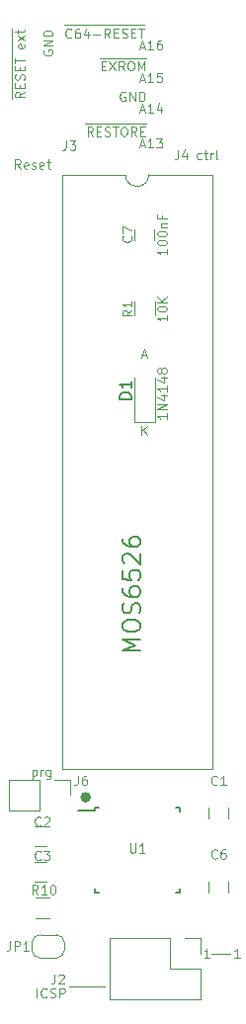
<source format=gto>
G04 #@! TF.GenerationSoftware,KiCad,Pcbnew,(5.1.5-0-10_14)*
G04 #@! TF.CreationDate,2021-04-25T17:09:50+02:00*
G04 #@! TF.ProjectId,6526KernalSwitcher,36353236-4b65-4726-9e61-6c5377697463,3.0*
G04 #@! TF.SameCoordinates,Original*
G04 #@! TF.FileFunction,Legend,Top*
G04 #@! TF.FilePolarity,Positive*
%FSLAX46Y46*%
G04 Gerber Fmt 4.6, Leading zero omitted, Abs format (unit mm)*
G04 Created by KiCad (PCBNEW (5.1.5-0-10_14)) date 2021-04-25 17:09:50*
%MOMM*%
%LPD*%
G04 APERTURE LIST*
%ADD10C,0.120000*%
%ADD11C,0.500000*%
%ADD12C,0.150000*%
%ADD13R,1.602000X1.402000*%
%ADD14O,1.702000X1.702000*%
%ADD15R,1.702000X1.702000*%
%ADD16R,0.652000X1.702000*%
%ADD17R,1.702000X0.652000*%
%ADD18R,1.352000X1.602000*%
%ADD19C,0.100000*%
%ADD20R,1.602000X1.352000*%
%ADD21R,1.402000X1.602000*%
%ADD22O,1.802000X1.802000*%
%ADD23R,1.802000X1.802000*%
%ADD24R,1.602000X2.302000*%
%ADD25C,1.702000*%
G04 APERTURE END LIST*
D10*
X103400000Y-119000000D02*
X106400000Y-119000000D01*
X115600000Y-116200000D02*
X117200000Y-116200000D01*
X115428571Y-116561904D02*
X114971428Y-116561904D01*
X115200000Y-116561904D02*
X115200000Y-115761904D01*
X115123809Y-115876190D01*
X115047619Y-115952380D01*
X114971428Y-115990476D01*
X98468000Y-43009523D02*
X98468000Y-42209523D01*
X99561904Y-42361904D02*
X99180952Y-42628571D01*
X99561904Y-42819047D02*
X98761904Y-42819047D01*
X98761904Y-42514285D01*
X98800000Y-42438095D01*
X98838095Y-42400000D01*
X98914285Y-42361904D01*
X99028571Y-42361904D01*
X99104761Y-42400000D01*
X99142857Y-42438095D01*
X99180952Y-42514285D01*
X99180952Y-42819047D01*
X98468000Y-42209523D02*
X98468000Y-41485714D01*
X99142857Y-42019047D02*
X99142857Y-41752380D01*
X99561904Y-41638095D02*
X99561904Y-42019047D01*
X98761904Y-42019047D01*
X98761904Y-41638095D01*
X98468000Y-41485714D02*
X98468000Y-40723809D01*
X99523809Y-41333333D02*
X99561904Y-41219047D01*
X99561904Y-41028571D01*
X99523809Y-40952380D01*
X99485714Y-40914285D01*
X99409523Y-40876190D01*
X99333333Y-40876190D01*
X99257142Y-40914285D01*
X99219047Y-40952380D01*
X99180952Y-41028571D01*
X99142857Y-41180952D01*
X99104761Y-41257142D01*
X99066666Y-41295238D01*
X98990476Y-41333333D01*
X98914285Y-41333333D01*
X98838095Y-41295238D01*
X98800000Y-41257142D01*
X98761904Y-41180952D01*
X98761904Y-40990476D01*
X98800000Y-40876190D01*
X98468000Y-40723809D02*
X98468000Y-40000000D01*
X99142857Y-40533333D02*
X99142857Y-40266666D01*
X99561904Y-40152380D02*
X99561904Y-40533333D01*
X98761904Y-40533333D01*
X98761904Y-40152380D01*
X98468000Y-40000000D02*
X98468000Y-39390476D01*
X98761904Y-39923809D02*
X98761904Y-39466666D01*
X99561904Y-39695238D02*
X98761904Y-39695238D01*
X98468000Y-39390476D02*
X98468000Y-38780952D01*
X98468000Y-38780952D02*
X98468000Y-38095238D01*
X99523809Y-38285714D02*
X99561904Y-38361904D01*
X99561904Y-38514285D01*
X99523809Y-38590476D01*
X99447619Y-38628571D01*
X99142857Y-38628571D01*
X99066666Y-38590476D01*
X99028571Y-38514285D01*
X99028571Y-38361904D01*
X99066666Y-38285714D01*
X99142857Y-38247619D01*
X99219047Y-38247619D01*
X99295238Y-38628571D01*
X98468000Y-38095238D02*
X98468000Y-37447619D01*
X99561904Y-37980952D02*
X99028571Y-37561904D01*
X99028571Y-37980952D02*
X99561904Y-37561904D01*
X98468000Y-37447619D02*
X98468000Y-36990476D01*
X99028571Y-37371428D02*
X99028571Y-37066666D01*
X98761904Y-37257142D02*
X99447619Y-37257142D01*
X99523809Y-37219047D01*
X99561904Y-37142857D01*
X99561904Y-37066666D01*
X101200000Y-38809523D02*
X101161904Y-38885714D01*
X101161904Y-39000000D01*
X101200000Y-39114285D01*
X101276190Y-39190476D01*
X101352380Y-39228571D01*
X101504761Y-39266666D01*
X101619047Y-39266666D01*
X101771428Y-39228571D01*
X101847619Y-39190476D01*
X101923809Y-39114285D01*
X101961904Y-39000000D01*
X101961904Y-38923809D01*
X101923809Y-38809523D01*
X101885714Y-38771428D01*
X101619047Y-38771428D01*
X101619047Y-38923809D01*
X101961904Y-38428571D02*
X101161904Y-38428571D01*
X101961904Y-37971428D01*
X101161904Y-37971428D01*
X101961904Y-37590476D02*
X101161904Y-37590476D01*
X101161904Y-37400000D01*
X101200000Y-37285714D01*
X101276190Y-37209523D01*
X101352380Y-37171428D01*
X101504761Y-37133333D01*
X101619047Y-37133333D01*
X101771428Y-37171428D01*
X101847619Y-37209523D01*
X101923809Y-37285714D01*
X101961904Y-37400000D01*
X101961904Y-37590476D01*
X109447619Y-38533333D02*
X109828571Y-38533333D01*
X109371428Y-38761904D02*
X109638095Y-37961904D01*
X109904761Y-38761904D01*
X110590476Y-38761904D02*
X110133333Y-38761904D01*
X110361904Y-38761904D02*
X110361904Y-37961904D01*
X110285714Y-38076190D01*
X110209523Y-38152380D01*
X110133333Y-38190476D01*
X111276190Y-37961904D02*
X111123809Y-37961904D01*
X111047619Y-38000000D01*
X111009523Y-38038095D01*
X110933333Y-38152380D01*
X110895238Y-38304761D01*
X110895238Y-38609523D01*
X110933333Y-38685714D01*
X110971428Y-38723809D01*
X111047619Y-38761904D01*
X111200000Y-38761904D01*
X111276190Y-38723809D01*
X111314285Y-38685714D01*
X111352380Y-38609523D01*
X111352380Y-38419047D01*
X111314285Y-38342857D01*
X111276190Y-38304761D01*
X111200000Y-38266666D01*
X111047619Y-38266666D01*
X110971428Y-38304761D01*
X110933333Y-38342857D01*
X110895238Y-38419047D01*
X108190476Y-42400000D02*
X108114285Y-42361904D01*
X108000000Y-42361904D01*
X107885714Y-42400000D01*
X107809523Y-42476190D01*
X107771428Y-42552380D01*
X107733333Y-42704761D01*
X107733333Y-42819047D01*
X107771428Y-42971428D01*
X107809523Y-43047619D01*
X107885714Y-43123809D01*
X108000000Y-43161904D01*
X108076190Y-43161904D01*
X108190476Y-43123809D01*
X108228571Y-43085714D01*
X108228571Y-42819047D01*
X108076190Y-42819047D01*
X108571428Y-43161904D02*
X108571428Y-42361904D01*
X109028571Y-43161904D01*
X109028571Y-42361904D01*
X109409523Y-43161904D02*
X109409523Y-42361904D01*
X109600000Y-42361904D01*
X109714285Y-42400000D01*
X109790476Y-42476190D01*
X109828571Y-42552380D01*
X109866666Y-42704761D01*
X109866666Y-42819047D01*
X109828571Y-42971428D01*
X109790476Y-43047619D01*
X109714285Y-43123809D01*
X109600000Y-43161904D01*
X109409523Y-43161904D01*
X109590476Y-71761904D02*
X109590476Y-70961904D01*
X110047619Y-71761904D02*
X109704761Y-71304761D01*
X110047619Y-70961904D02*
X109590476Y-71419047D01*
X109609523Y-64933333D02*
X109990476Y-64933333D01*
X109533333Y-65161904D02*
X109800000Y-64361904D01*
X110066666Y-65161904D01*
D11*
X105000000Y-102800000D02*
G75*
G03X105000000Y-102800000I-200000J0D01*
G01*
D10*
X118028571Y-116561904D02*
X117571428Y-116561904D01*
X117800000Y-116561904D02*
X117800000Y-115761904D01*
X117723809Y-115876190D01*
X117647619Y-115952380D01*
X117571428Y-115990476D01*
X102933333Y-36668000D02*
X103733333Y-36668000D01*
X103580952Y-37685714D02*
X103542857Y-37723809D01*
X103428571Y-37761904D01*
X103352380Y-37761904D01*
X103238095Y-37723809D01*
X103161904Y-37647619D01*
X103123809Y-37571428D01*
X103085714Y-37419047D01*
X103085714Y-37304761D01*
X103123809Y-37152380D01*
X103161904Y-37076190D01*
X103238095Y-37000000D01*
X103352380Y-36961904D01*
X103428571Y-36961904D01*
X103542857Y-37000000D01*
X103580952Y-37038095D01*
X103733333Y-36668000D02*
X104495238Y-36668000D01*
X104266666Y-36961904D02*
X104114285Y-36961904D01*
X104038095Y-37000000D01*
X104000000Y-37038095D01*
X103923809Y-37152380D01*
X103885714Y-37304761D01*
X103885714Y-37609523D01*
X103923809Y-37685714D01*
X103961904Y-37723809D01*
X104038095Y-37761904D01*
X104190476Y-37761904D01*
X104266666Y-37723809D01*
X104304761Y-37685714D01*
X104342857Y-37609523D01*
X104342857Y-37419047D01*
X104304761Y-37342857D01*
X104266666Y-37304761D01*
X104190476Y-37266666D01*
X104038095Y-37266666D01*
X103961904Y-37304761D01*
X103923809Y-37342857D01*
X103885714Y-37419047D01*
X104495238Y-36668000D02*
X105257142Y-36668000D01*
X105028571Y-37228571D02*
X105028571Y-37761904D01*
X104838095Y-36923809D02*
X104647619Y-37495238D01*
X105142857Y-37495238D01*
X105257142Y-36668000D02*
X106247619Y-36668000D01*
X105447619Y-37457142D02*
X106057142Y-37457142D01*
X106247619Y-36668000D02*
X107047619Y-36668000D01*
X106895238Y-37761904D02*
X106628571Y-37380952D01*
X106438095Y-37761904D02*
X106438095Y-36961904D01*
X106742857Y-36961904D01*
X106819047Y-37000000D01*
X106857142Y-37038095D01*
X106895238Y-37114285D01*
X106895238Y-37228571D01*
X106857142Y-37304761D01*
X106819047Y-37342857D01*
X106742857Y-37380952D01*
X106438095Y-37380952D01*
X107047619Y-36668000D02*
X107771428Y-36668000D01*
X107238095Y-37342857D02*
X107504761Y-37342857D01*
X107619047Y-37761904D02*
X107238095Y-37761904D01*
X107238095Y-36961904D01*
X107619047Y-36961904D01*
X107771428Y-36668000D02*
X108533333Y-36668000D01*
X107923809Y-37723809D02*
X108038095Y-37761904D01*
X108228571Y-37761904D01*
X108304761Y-37723809D01*
X108342857Y-37685714D01*
X108380952Y-37609523D01*
X108380952Y-37533333D01*
X108342857Y-37457142D01*
X108304761Y-37419047D01*
X108228571Y-37380952D01*
X108076190Y-37342857D01*
X108000000Y-37304761D01*
X107961904Y-37266666D01*
X107923809Y-37190476D01*
X107923809Y-37114285D01*
X107961904Y-37038095D01*
X108000000Y-37000000D01*
X108076190Y-36961904D01*
X108266666Y-36961904D01*
X108380952Y-37000000D01*
X108533333Y-36668000D02*
X109257142Y-36668000D01*
X108723809Y-37342857D02*
X108990476Y-37342857D01*
X109104761Y-37761904D02*
X108723809Y-37761904D01*
X108723809Y-36961904D01*
X109104761Y-36961904D01*
X109257142Y-36668000D02*
X109866666Y-36668000D01*
X109333333Y-36961904D02*
X109790476Y-36961904D01*
X109561904Y-37761904D02*
X109561904Y-36961904D01*
X109447619Y-41333333D02*
X109828571Y-41333333D01*
X109371428Y-41561904D02*
X109638095Y-40761904D01*
X109904761Y-41561904D01*
X110590476Y-41561904D02*
X110133333Y-41561904D01*
X110361904Y-41561904D02*
X110361904Y-40761904D01*
X110285714Y-40876190D01*
X110209523Y-40952380D01*
X110133333Y-40990476D01*
X111314285Y-40761904D02*
X110933333Y-40761904D01*
X110895238Y-41142857D01*
X110933333Y-41104761D01*
X111009523Y-41066666D01*
X111200000Y-41066666D01*
X111276190Y-41104761D01*
X111314285Y-41142857D01*
X111352380Y-41219047D01*
X111352380Y-41409523D01*
X111314285Y-41485714D01*
X111276190Y-41523809D01*
X111200000Y-41561904D01*
X111009523Y-41561904D01*
X110933333Y-41523809D01*
X110895238Y-41485714D01*
X109447619Y-43933333D02*
X109828571Y-43933333D01*
X109371428Y-44161904D02*
X109638095Y-43361904D01*
X109904761Y-44161904D01*
X110590476Y-44161904D02*
X110133333Y-44161904D01*
X110361904Y-44161904D02*
X110361904Y-43361904D01*
X110285714Y-43476190D01*
X110209523Y-43552380D01*
X110133333Y-43590476D01*
X111276190Y-43628571D02*
X111276190Y-44161904D01*
X111085714Y-43323809D02*
X110895238Y-43895238D01*
X111390476Y-43895238D01*
X109447619Y-46933333D02*
X109828571Y-46933333D01*
X109371428Y-47161904D02*
X109638095Y-46361904D01*
X109904761Y-47161904D01*
X110590476Y-47161904D02*
X110133333Y-47161904D01*
X110361904Y-47161904D02*
X110361904Y-46361904D01*
X110285714Y-46476190D01*
X110209523Y-46552380D01*
X110133333Y-46590476D01*
X110857142Y-46361904D02*
X111352380Y-46361904D01*
X111085714Y-46666666D01*
X111200000Y-46666666D01*
X111276190Y-46704761D01*
X111314285Y-46742857D01*
X111352380Y-46819047D01*
X111352380Y-47009523D01*
X111314285Y-47085714D01*
X111276190Y-47123809D01*
X111200000Y-47161904D01*
X110971428Y-47161904D01*
X110895238Y-47123809D01*
X110857142Y-47085714D01*
X105980952Y-39468000D02*
X106704761Y-39468000D01*
X106171428Y-40142857D02*
X106438095Y-40142857D01*
X106552380Y-40561904D02*
X106171428Y-40561904D01*
X106171428Y-39761904D01*
X106552380Y-39761904D01*
X106704761Y-39468000D02*
X107466666Y-39468000D01*
X106819047Y-39761904D02*
X107352380Y-40561904D01*
X107352380Y-39761904D02*
X106819047Y-40561904D01*
X107466666Y-39468000D02*
X108266666Y-39468000D01*
X108114285Y-40561904D02*
X107847619Y-40180952D01*
X107657142Y-40561904D02*
X107657142Y-39761904D01*
X107961904Y-39761904D01*
X108038095Y-39800000D01*
X108076190Y-39838095D01*
X108114285Y-39914285D01*
X108114285Y-40028571D01*
X108076190Y-40104761D01*
X108038095Y-40142857D01*
X107961904Y-40180952D01*
X107657142Y-40180952D01*
X108266666Y-39468000D02*
X109104761Y-39468000D01*
X108609523Y-39761904D02*
X108761904Y-39761904D01*
X108838095Y-39800000D01*
X108914285Y-39876190D01*
X108952380Y-40028571D01*
X108952380Y-40295238D01*
X108914285Y-40447619D01*
X108838095Y-40523809D01*
X108761904Y-40561904D01*
X108609523Y-40561904D01*
X108533333Y-40523809D01*
X108457142Y-40447619D01*
X108419047Y-40295238D01*
X108419047Y-40028571D01*
X108457142Y-39876190D01*
X108533333Y-39800000D01*
X108609523Y-39761904D01*
X109104761Y-39468000D02*
X110019047Y-39468000D01*
X109295238Y-40561904D02*
X109295238Y-39761904D01*
X109561904Y-40333333D01*
X109828571Y-39761904D01*
X109828571Y-40561904D01*
X104771428Y-45068000D02*
X105571428Y-45068000D01*
X105419047Y-46161904D02*
X105152380Y-45780952D01*
X104961904Y-46161904D02*
X104961904Y-45361904D01*
X105266666Y-45361904D01*
X105342857Y-45400000D01*
X105380952Y-45438095D01*
X105419047Y-45514285D01*
X105419047Y-45628571D01*
X105380952Y-45704761D01*
X105342857Y-45742857D01*
X105266666Y-45780952D01*
X104961904Y-45780952D01*
X105571428Y-45068000D02*
X106295238Y-45068000D01*
X105761904Y-45742857D02*
X106028571Y-45742857D01*
X106142857Y-46161904D02*
X105761904Y-46161904D01*
X105761904Y-45361904D01*
X106142857Y-45361904D01*
X106295238Y-45068000D02*
X107057142Y-45068000D01*
X106447619Y-46123809D02*
X106561904Y-46161904D01*
X106752380Y-46161904D01*
X106828571Y-46123809D01*
X106866666Y-46085714D01*
X106904761Y-46009523D01*
X106904761Y-45933333D01*
X106866666Y-45857142D01*
X106828571Y-45819047D01*
X106752380Y-45780952D01*
X106600000Y-45742857D01*
X106523809Y-45704761D01*
X106485714Y-45666666D01*
X106447619Y-45590476D01*
X106447619Y-45514285D01*
X106485714Y-45438095D01*
X106523809Y-45400000D01*
X106600000Y-45361904D01*
X106790476Y-45361904D01*
X106904761Y-45400000D01*
X107057142Y-45068000D02*
X107666666Y-45068000D01*
X107133333Y-45361904D02*
X107590476Y-45361904D01*
X107361904Y-46161904D02*
X107361904Y-45361904D01*
X107666666Y-45068000D02*
X108504761Y-45068000D01*
X108009523Y-45361904D02*
X108161904Y-45361904D01*
X108238095Y-45400000D01*
X108314285Y-45476190D01*
X108352380Y-45628571D01*
X108352380Y-45895238D01*
X108314285Y-46047619D01*
X108238095Y-46123809D01*
X108161904Y-46161904D01*
X108009523Y-46161904D01*
X107933333Y-46123809D01*
X107857142Y-46047619D01*
X107819047Y-45895238D01*
X107819047Y-45628571D01*
X107857142Y-45476190D01*
X107933333Y-45400000D01*
X108009523Y-45361904D01*
X108504761Y-45068000D02*
X109304761Y-45068000D01*
X109152380Y-46161904D02*
X108885714Y-45780952D01*
X108695238Y-46161904D02*
X108695238Y-45361904D01*
X109000000Y-45361904D01*
X109076190Y-45400000D01*
X109114285Y-45438095D01*
X109152380Y-45514285D01*
X109152380Y-45628571D01*
X109114285Y-45704761D01*
X109076190Y-45742857D01*
X109000000Y-45780952D01*
X108695238Y-45780952D01*
X109304761Y-45068000D02*
X110028571Y-45068000D01*
X109495238Y-45742857D02*
X109761904Y-45742857D01*
X109876190Y-46161904D02*
X109495238Y-46161904D01*
X109495238Y-45361904D01*
X109876190Y-45361904D01*
X101692000Y-113148000D02*
X100492000Y-113148000D01*
X100492000Y-111388000D02*
X101692000Y-111388000D01*
X115680000Y-49470000D02*
X110220000Y-49470000D01*
X115680000Y-100390000D02*
X115680000Y-49470000D01*
X102760000Y-100390000D02*
X115680000Y-100390000D01*
X102760000Y-49470000D02*
X102760000Y-100390000D01*
X108220000Y-49470000D02*
X102760000Y-49470000D01*
X110220000Y-49470000D02*
G75*
G02X108220000Y-49470000I-1000000J0D01*
G01*
D12*
X105595000Y-103915000D02*
X104170000Y-103915000D01*
X112845000Y-103690000D02*
X112520000Y-103690000D01*
X112845000Y-110940000D02*
X112520000Y-110940000D01*
X105595000Y-110940000D02*
X105920000Y-110940000D01*
X105595000Y-103690000D02*
X105920000Y-103690000D01*
X105595000Y-110940000D02*
X105595000Y-110615000D01*
X112845000Y-110940000D02*
X112845000Y-110615000D01*
X112845000Y-103690000D02*
X112845000Y-104015000D01*
X105595000Y-103690000D02*
X105595000Y-103915000D01*
D10*
X109005000Y-54110000D02*
X109005000Y-55110000D01*
X110705000Y-55110000D02*
X110705000Y-54110000D01*
X117055000Y-110990000D02*
X117055000Y-109990000D01*
X115355000Y-109990000D02*
X115355000Y-110990000D01*
X102300000Y-114570000D02*
G75*
G02X103000000Y-115270000I0J-700000D01*
G01*
X103000000Y-115870000D02*
G75*
G02X102300000Y-116570000I-700000J0D01*
G01*
X100900000Y-116570000D02*
G75*
G02X100200000Y-115870000I0J700000D01*
G01*
X100200000Y-115270000D02*
G75*
G02X100900000Y-114570000I700000J0D01*
G01*
X100200000Y-115870000D02*
X100200000Y-115270000D01*
X102300000Y-116570000D02*
X100900000Y-116570000D01*
X103000000Y-115270000D02*
X103000000Y-115870000D01*
X100900000Y-114570000D02*
X102300000Y-114570000D01*
X115355000Y-103640000D02*
X115355000Y-104640000D01*
X117055000Y-104640000D02*
X117055000Y-103640000D01*
X101465000Y-105322000D02*
X100465000Y-105322000D01*
X100465000Y-107022000D02*
X101465000Y-107022000D01*
X100465000Y-110070000D02*
X101465000Y-110070000D01*
X101465000Y-108370000D02*
X100465000Y-108370000D01*
X110735000Y-60360000D02*
X110735000Y-61560000D01*
X108975000Y-61560000D02*
X108975000Y-60360000D01*
X114614000Y-114875000D02*
X114614000Y-116205000D01*
X113284000Y-114875000D02*
X114614000Y-114875000D01*
X114614000Y-117475000D02*
X114614000Y-120075000D01*
X112014000Y-117475000D02*
X114614000Y-117475000D01*
X112014000Y-114875000D02*
X112014000Y-117475000D01*
X114614000Y-120075000D02*
X106874000Y-120075000D01*
X112014000Y-114875000D02*
X106874000Y-114875000D01*
X106874000Y-114875000D02*
X106874000Y-120075000D01*
X103438000Y-101286000D02*
X103438000Y-102616000D01*
X102108000Y-101286000D02*
X103438000Y-101286000D01*
X100838000Y-101286000D02*
X100838000Y-103946000D01*
X100838000Y-103946000D02*
X98238000Y-103946000D01*
X100838000Y-101286000D02*
X98238000Y-101286000D01*
X98238000Y-101286000D02*
X98238000Y-103946000D01*
X110755000Y-70645000D02*
X110755000Y-66845000D01*
X108955000Y-70645000D02*
X110755000Y-70645000D01*
X108955000Y-66845000D02*
X108955000Y-70645000D01*
X100704714Y-111105904D02*
X100438047Y-110724952D01*
X100247571Y-111105904D02*
X100247571Y-110305904D01*
X100552333Y-110305904D01*
X100628523Y-110344000D01*
X100666619Y-110382095D01*
X100704714Y-110458285D01*
X100704714Y-110572571D01*
X100666619Y-110648761D01*
X100628523Y-110686857D01*
X100552333Y-110724952D01*
X100247571Y-110724952D01*
X101466619Y-111105904D02*
X101009476Y-111105904D01*
X101238047Y-111105904D02*
X101238047Y-110305904D01*
X101161857Y-110420190D01*
X101085666Y-110496380D01*
X101009476Y-110534476D01*
X101961857Y-110305904D02*
X102038047Y-110305904D01*
X102114238Y-110344000D01*
X102152333Y-110382095D01*
X102190428Y-110458285D01*
X102228523Y-110610666D01*
X102228523Y-110801142D01*
X102190428Y-110953523D01*
X102152333Y-111029714D01*
X102114238Y-111067809D01*
X102038047Y-111105904D01*
X101961857Y-111105904D01*
X101885666Y-111067809D01*
X101847571Y-111029714D01*
X101809476Y-110953523D01*
X101771380Y-110801142D01*
X101771380Y-110610666D01*
X101809476Y-110458285D01*
X101847571Y-110382095D01*
X101885666Y-110344000D01*
X101961857Y-110305904D01*
D12*
X109478571Y-90257142D02*
X107978571Y-90257142D01*
X109050000Y-89757142D01*
X107978571Y-89257142D01*
X109478571Y-89257142D01*
X107978571Y-88257142D02*
X107978571Y-87971428D01*
X108050000Y-87828571D01*
X108192857Y-87685714D01*
X108478571Y-87614285D01*
X108978571Y-87614285D01*
X109264285Y-87685714D01*
X109407142Y-87828571D01*
X109478571Y-87971428D01*
X109478571Y-88257142D01*
X109407142Y-88400000D01*
X109264285Y-88542857D01*
X108978571Y-88614285D01*
X108478571Y-88614285D01*
X108192857Y-88542857D01*
X108050000Y-88400000D01*
X107978571Y-88257142D01*
X109407142Y-87042857D02*
X109478571Y-86828571D01*
X109478571Y-86471428D01*
X109407142Y-86328571D01*
X109335714Y-86257142D01*
X109192857Y-86185714D01*
X109050000Y-86185714D01*
X108907142Y-86257142D01*
X108835714Y-86328571D01*
X108764285Y-86471428D01*
X108692857Y-86757142D01*
X108621428Y-86900000D01*
X108550000Y-86971428D01*
X108407142Y-87042857D01*
X108264285Y-87042857D01*
X108121428Y-86971428D01*
X108050000Y-86900000D01*
X107978571Y-86757142D01*
X107978571Y-86400000D01*
X108050000Y-86185714D01*
X107978571Y-84900000D02*
X107978571Y-85185714D01*
X108050000Y-85328571D01*
X108121428Y-85400000D01*
X108335714Y-85542857D01*
X108621428Y-85614285D01*
X109192857Y-85614285D01*
X109335714Y-85542857D01*
X109407142Y-85471428D01*
X109478571Y-85328571D01*
X109478571Y-85042857D01*
X109407142Y-84900000D01*
X109335714Y-84828571D01*
X109192857Y-84757142D01*
X108835714Y-84757142D01*
X108692857Y-84828571D01*
X108621428Y-84900000D01*
X108550000Y-85042857D01*
X108550000Y-85328571D01*
X108621428Y-85471428D01*
X108692857Y-85542857D01*
X108835714Y-85614285D01*
X107978571Y-83400000D02*
X107978571Y-84114285D01*
X108692857Y-84185714D01*
X108621428Y-84114285D01*
X108550000Y-83971428D01*
X108550000Y-83614285D01*
X108621428Y-83471428D01*
X108692857Y-83400000D01*
X108835714Y-83328571D01*
X109192857Y-83328571D01*
X109335714Y-83400000D01*
X109407142Y-83471428D01*
X109478571Y-83614285D01*
X109478571Y-83971428D01*
X109407142Y-84114285D01*
X109335714Y-84185714D01*
X108121428Y-82757142D02*
X108050000Y-82685714D01*
X107978571Y-82542857D01*
X107978571Y-82185714D01*
X108050000Y-82042857D01*
X108121428Y-81971428D01*
X108264285Y-81900000D01*
X108407142Y-81900000D01*
X108621428Y-81971428D01*
X109478571Y-82828571D01*
X109478571Y-81900000D01*
X107978571Y-80614285D02*
X107978571Y-80900000D01*
X108050000Y-81042857D01*
X108121428Y-81114285D01*
X108335714Y-81257142D01*
X108621428Y-81328571D01*
X109192857Y-81328571D01*
X109335714Y-81257142D01*
X109407142Y-81185714D01*
X109478571Y-81042857D01*
X109478571Y-80757142D01*
X109407142Y-80614285D01*
X109335714Y-80542857D01*
X109192857Y-80471428D01*
X108835714Y-80471428D01*
X108692857Y-80542857D01*
X108621428Y-80614285D01*
X108550000Y-80757142D01*
X108550000Y-81042857D01*
X108621428Y-81185714D01*
X108692857Y-81257142D01*
X108835714Y-81328571D01*
D10*
X108610476Y-106749904D02*
X108610476Y-107397523D01*
X108648571Y-107473714D01*
X108686666Y-107511809D01*
X108762857Y-107549904D01*
X108915238Y-107549904D01*
X108991428Y-107511809D01*
X109029523Y-107473714D01*
X109067619Y-107397523D01*
X109067619Y-106749904D01*
X109867619Y-107549904D02*
X109410476Y-107549904D01*
X109639047Y-107549904D02*
X109639047Y-106749904D01*
X109562857Y-106864190D01*
X109486666Y-106940380D01*
X109410476Y-106978476D01*
X108685714Y-54733333D02*
X108723809Y-54771428D01*
X108761904Y-54885714D01*
X108761904Y-54961904D01*
X108723809Y-55076190D01*
X108647619Y-55152380D01*
X108571428Y-55190476D01*
X108419047Y-55228571D01*
X108304761Y-55228571D01*
X108152380Y-55190476D01*
X108076190Y-55152380D01*
X108000000Y-55076190D01*
X107961904Y-54961904D01*
X107961904Y-54885714D01*
X108000000Y-54771428D01*
X108038095Y-54733333D01*
X107961904Y-54466666D02*
X107961904Y-53933333D01*
X108761904Y-54276190D01*
X111761904Y-55838095D02*
X111761904Y-56295238D01*
X111761904Y-56066666D02*
X110961904Y-56066666D01*
X111076190Y-56142857D01*
X111152380Y-56219047D01*
X111190476Y-56295238D01*
X110961904Y-55342857D02*
X110961904Y-55266666D01*
X111000000Y-55190476D01*
X111038095Y-55152380D01*
X111114285Y-55114285D01*
X111266666Y-55076190D01*
X111457142Y-55076190D01*
X111609523Y-55114285D01*
X111685714Y-55152380D01*
X111723809Y-55190476D01*
X111761904Y-55266666D01*
X111761904Y-55342857D01*
X111723809Y-55419047D01*
X111685714Y-55457142D01*
X111609523Y-55495238D01*
X111457142Y-55533333D01*
X111266666Y-55533333D01*
X111114285Y-55495238D01*
X111038095Y-55457142D01*
X111000000Y-55419047D01*
X110961904Y-55342857D01*
X110961904Y-54580952D02*
X110961904Y-54504761D01*
X111000000Y-54428571D01*
X111038095Y-54390476D01*
X111114285Y-54352380D01*
X111266666Y-54314285D01*
X111457142Y-54314285D01*
X111609523Y-54352380D01*
X111685714Y-54390476D01*
X111723809Y-54428571D01*
X111761904Y-54504761D01*
X111761904Y-54580952D01*
X111723809Y-54657142D01*
X111685714Y-54695238D01*
X111609523Y-54733333D01*
X111457142Y-54771428D01*
X111266666Y-54771428D01*
X111114285Y-54733333D01*
X111038095Y-54695238D01*
X111000000Y-54657142D01*
X110961904Y-54580952D01*
X111228571Y-53971428D02*
X111761904Y-53971428D01*
X111304761Y-53971428D02*
X111266666Y-53933333D01*
X111228571Y-53857142D01*
X111228571Y-53742857D01*
X111266666Y-53666666D01*
X111342857Y-53628571D01*
X111761904Y-53628571D01*
X111342857Y-52980952D02*
X111342857Y-53247619D01*
X111761904Y-53247619D02*
X110961904Y-53247619D01*
X110961904Y-52866666D01*
X116071666Y-107981714D02*
X116033571Y-108019809D01*
X115919285Y-108057904D01*
X115843095Y-108057904D01*
X115728809Y-108019809D01*
X115652619Y-107943619D01*
X115614523Y-107867428D01*
X115576428Y-107715047D01*
X115576428Y-107600761D01*
X115614523Y-107448380D01*
X115652619Y-107372190D01*
X115728809Y-107296000D01*
X115843095Y-107257904D01*
X115919285Y-107257904D01*
X116033571Y-107296000D01*
X116071666Y-107334095D01*
X116757380Y-107257904D02*
X116605000Y-107257904D01*
X116528809Y-107296000D01*
X116490714Y-107334095D01*
X116414523Y-107448380D01*
X116376428Y-107600761D01*
X116376428Y-107905523D01*
X116414523Y-107981714D01*
X116452619Y-108019809D01*
X116528809Y-108057904D01*
X116681190Y-108057904D01*
X116757380Y-108019809D01*
X116795476Y-107981714D01*
X116833571Y-107905523D01*
X116833571Y-107715047D01*
X116795476Y-107638857D01*
X116757380Y-107600761D01*
X116681190Y-107562666D01*
X116528809Y-107562666D01*
X116452619Y-107600761D01*
X116414523Y-107638857D01*
X116376428Y-107715047D01*
X98333333Y-115131904D02*
X98333333Y-115703333D01*
X98295238Y-115817619D01*
X98219047Y-115893809D01*
X98104761Y-115931904D01*
X98028571Y-115931904D01*
X98714285Y-115931904D02*
X98714285Y-115131904D01*
X99019047Y-115131904D01*
X99095238Y-115170000D01*
X99133333Y-115208095D01*
X99171428Y-115284285D01*
X99171428Y-115398571D01*
X99133333Y-115474761D01*
X99095238Y-115512857D01*
X99019047Y-115550952D01*
X98714285Y-115550952D01*
X99933333Y-115931904D02*
X99476190Y-115931904D01*
X99704761Y-115931904D02*
X99704761Y-115131904D01*
X99628571Y-115246190D01*
X99552380Y-115322380D01*
X99476190Y-115360476D01*
X116071666Y-101685714D02*
X116033571Y-101723809D01*
X115919285Y-101761904D01*
X115843095Y-101761904D01*
X115728809Y-101723809D01*
X115652619Y-101647619D01*
X115614523Y-101571428D01*
X115576428Y-101419047D01*
X115576428Y-101304761D01*
X115614523Y-101152380D01*
X115652619Y-101076190D01*
X115728809Y-101000000D01*
X115843095Y-100961904D01*
X115919285Y-100961904D01*
X116033571Y-101000000D01*
X116071666Y-101038095D01*
X116833571Y-101761904D02*
X116376428Y-101761904D01*
X116605000Y-101761904D02*
X116605000Y-100961904D01*
X116528809Y-101076190D01*
X116452619Y-101152380D01*
X116376428Y-101190476D01*
X100958666Y-105187714D02*
X100920571Y-105225809D01*
X100806285Y-105263904D01*
X100730095Y-105263904D01*
X100615809Y-105225809D01*
X100539619Y-105149619D01*
X100501523Y-105073428D01*
X100463428Y-104921047D01*
X100463428Y-104806761D01*
X100501523Y-104654380D01*
X100539619Y-104578190D01*
X100615809Y-104502000D01*
X100730095Y-104463904D01*
X100806285Y-104463904D01*
X100920571Y-104502000D01*
X100958666Y-104540095D01*
X101263428Y-104540095D02*
X101301523Y-104502000D01*
X101377714Y-104463904D01*
X101568190Y-104463904D01*
X101644380Y-104502000D01*
X101682476Y-104540095D01*
X101720571Y-104616285D01*
X101720571Y-104692476D01*
X101682476Y-104806761D01*
X101225333Y-105263904D01*
X101720571Y-105263904D01*
X100958666Y-108108714D02*
X100920571Y-108146809D01*
X100806285Y-108184904D01*
X100730095Y-108184904D01*
X100615809Y-108146809D01*
X100539619Y-108070619D01*
X100501523Y-107994428D01*
X100463428Y-107842047D01*
X100463428Y-107727761D01*
X100501523Y-107575380D01*
X100539619Y-107499190D01*
X100615809Y-107423000D01*
X100730095Y-107384904D01*
X100806285Y-107384904D01*
X100920571Y-107423000D01*
X100958666Y-107461095D01*
X101225333Y-107384904D02*
X101720571Y-107384904D01*
X101453904Y-107689666D01*
X101568190Y-107689666D01*
X101644380Y-107727761D01*
X101682476Y-107765857D01*
X101720571Y-107842047D01*
X101720571Y-108032523D01*
X101682476Y-108108714D01*
X101644380Y-108146809D01*
X101568190Y-108184904D01*
X101339619Y-108184904D01*
X101263428Y-108146809D01*
X101225333Y-108108714D01*
X108761904Y-61093333D02*
X108380952Y-61360000D01*
X108761904Y-61550476D02*
X107961904Y-61550476D01*
X107961904Y-61245714D01*
X108000000Y-61169523D01*
X108038095Y-61131428D01*
X108114285Y-61093333D01*
X108228571Y-61093333D01*
X108304761Y-61131428D01*
X108342857Y-61169523D01*
X108380952Y-61245714D01*
X108380952Y-61550476D01*
X108761904Y-60331428D02*
X108761904Y-60788571D01*
X108761904Y-60560000D02*
X107961904Y-60560000D01*
X108076190Y-60636190D01*
X108152380Y-60712380D01*
X108190476Y-60788571D01*
X111761904Y-61512380D02*
X111761904Y-61969523D01*
X111761904Y-61740952D02*
X110961904Y-61740952D01*
X111076190Y-61817142D01*
X111152380Y-61893333D01*
X111190476Y-61969523D01*
X110961904Y-61017142D02*
X110961904Y-60940952D01*
X111000000Y-60864761D01*
X111038095Y-60826666D01*
X111114285Y-60788571D01*
X111266666Y-60750476D01*
X111457142Y-60750476D01*
X111609523Y-60788571D01*
X111685714Y-60826666D01*
X111723809Y-60864761D01*
X111761904Y-60940952D01*
X111761904Y-61017142D01*
X111723809Y-61093333D01*
X111685714Y-61131428D01*
X111609523Y-61169523D01*
X111457142Y-61207619D01*
X111266666Y-61207619D01*
X111114285Y-61169523D01*
X111038095Y-61131428D01*
X111000000Y-61093333D01*
X110961904Y-61017142D01*
X111761904Y-60407619D02*
X110961904Y-60407619D01*
X111761904Y-59950476D02*
X111304761Y-60293333D01*
X110961904Y-59950476D02*
X111419047Y-60407619D01*
X102133333Y-117961904D02*
X102133333Y-118533333D01*
X102095238Y-118647619D01*
X102019047Y-118723809D01*
X101904761Y-118761904D01*
X101828571Y-118761904D01*
X102476190Y-118038095D02*
X102514285Y-118000000D01*
X102590476Y-117961904D01*
X102780952Y-117961904D01*
X102857142Y-118000000D01*
X102895238Y-118038095D01*
X102933333Y-118114285D01*
X102933333Y-118190476D01*
X102895238Y-118304761D01*
X102438095Y-118761904D01*
X102933333Y-118761904D01*
X100619047Y-119961904D02*
X100619047Y-119161904D01*
X101457142Y-119885714D02*
X101419047Y-119923809D01*
X101304761Y-119961904D01*
X101228571Y-119961904D01*
X101114285Y-119923809D01*
X101038095Y-119847619D01*
X101000000Y-119771428D01*
X100961904Y-119619047D01*
X100961904Y-119504761D01*
X101000000Y-119352380D01*
X101038095Y-119276190D01*
X101114285Y-119200000D01*
X101228571Y-119161904D01*
X101304761Y-119161904D01*
X101419047Y-119200000D01*
X101457142Y-119238095D01*
X101761904Y-119923809D02*
X101876190Y-119961904D01*
X102066666Y-119961904D01*
X102142857Y-119923809D01*
X102180952Y-119885714D01*
X102219047Y-119809523D01*
X102219047Y-119733333D01*
X102180952Y-119657142D01*
X102142857Y-119619047D01*
X102066666Y-119580952D01*
X101914285Y-119542857D01*
X101838095Y-119504761D01*
X101800000Y-119466666D01*
X101761904Y-119390476D01*
X101761904Y-119314285D01*
X101800000Y-119238095D01*
X101838095Y-119200000D01*
X101914285Y-119161904D01*
X102104761Y-119161904D01*
X102219047Y-119200000D01*
X102561904Y-119961904D02*
X102561904Y-119161904D01*
X102866666Y-119161904D01*
X102942857Y-119200000D01*
X102980952Y-119238095D01*
X103019047Y-119314285D01*
X103019047Y-119428571D01*
X102980952Y-119504761D01*
X102942857Y-119542857D01*
X102866666Y-119580952D01*
X102561904Y-119580952D01*
X104133333Y-100961904D02*
X104133333Y-101533333D01*
X104095238Y-101647619D01*
X104019047Y-101723809D01*
X103904761Y-101761904D01*
X103828571Y-101761904D01*
X104857142Y-100961904D02*
X104704761Y-100961904D01*
X104628571Y-101000000D01*
X104590476Y-101038095D01*
X104514285Y-101152380D01*
X104476190Y-101304761D01*
X104476190Y-101609523D01*
X104514285Y-101685714D01*
X104552380Y-101723809D01*
X104628571Y-101761904D01*
X104780952Y-101761904D01*
X104857142Y-101723809D01*
X104895238Y-101685714D01*
X104933333Y-101609523D01*
X104933333Y-101419047D01*
X104895238Y-101342857D01*
X104857142Y-101304761D01*
X104780952Y-101266666D01*
X104628571Y-101266666D01*
X104552380Y-101304761D01*
X104514285Y-101342857D01*
X104476190Y-101419047D01*
X100219047Y-100428571D02*
X100219047Y-101228571D01*
X100219047Y-100466666D02*
X100295238Y-100428571D01*
X100447619Y-100428571D01*
X100523809Y-100466666D01*
X100561904Y-100504761D01*
X100600000Y-100580952D01*
X100600000Y-100809523D01*
X100561904Y-100885714D01*
X100523809Y-100923809D01*
X100447619Y-100961904D01*
X100295238Y-100961904D01*
X100219047Y-100923809D01*
X100942857Y-100961904D02*
X100942857Y-100428571D01*
X100942857Y-100580952D02*
X100980952Y-100504761D01*
X101019047Y-100466666D01*
X101095238Y-100428571D01*
X101171428Y-100428571D01*
X101780952Y-100428571D02*
X101780952Y-101076190D01*
X101742857Y-101152380D01*
X101704761Y-101190476D01*
X101628571Y-101228571D01*
X101514285Y-101228571D01*
X101438095Y-101190476D01*
X101780952Y-100923809D02*
X101704761Y-100961904D01*
X101552380Y-100961904D01*
X101476190Y-100923809D01*
X101438095Y-100885714D01*
X101400000Y-100809523D01*
X101400000Y-100580952D01*
X101438095Y-100504761D01*
X101476190Y-100466666D01*
X101552380Y-100428571D01*
X101704761Y-100428571D01*
X101780952Y-100466666D01*
D12*
X108707380Y-68683095D02*
X107707380Y-68683095D01*
X107707380Y-68445000D01*
X107755000Y-68302142D01*
X107850238Y-68206904D01*
X107945476Y-68159285D01*
X108135952Y-68111666D01*
X108278809Y-68111666D01*
X108469285Y-68159285D01*
X108564523Y-68206904D01*
X108659761Y-68302142D01*
X108707380Y-68445000D01*
X108707380Y-68683095D01*
X108707380Y-67159285D02*
X108707380Y-67730714D01*
X108707380Y-67445000D02*
X107707380Y-67445000D01*
X107850238Y-67540238D01*
X107945476Y-67635476D01*
X107993095Y-67730714D01*
D10*
X111761904Y-69914285D02*
X111761904Y-70371428D01*
X111761904Y-70142857D02*
X110961904Y-70142857D01*
X111076190Y-70219047D01*
X111152380Y-70295238D01*
X111190476Y-70371428D01*
X111761904Y-69571428D02*
X110961904Y-69571428D01*
X111761904Y-69114285D01*
X110961904Y-69114285D01*
X111228571Y-68390476D02*
X111761904Y-68390476D01*
X110923809Y-68580952D02*
X111495238Y-68771428D01*
X111495238Y-68276190D01*
X111761904Y-67552380D02*
X111761904Y-68009523D01*
X111761904Y-67780952D02*
X110961904Y-67780952D01*
X111076190Y-67857142D01*
X111152380Y-67933333D01*
X111190476Y-68009523D01*
X111228571Y-66866666D02*
X111761904Y-66866666D01*
X110923809Y-67057142D02*
X111495238Y-67247619D01*
X111495238Y-66752380D01*
X111304761Y-66333333D02*
X111266666Y-66409523D01*
X111228571Y-66447619D01*
X111152380Y-66485714D01*
X111114285Y-66485714D01*
X111038095Y-66447619D01*
X111000000Y-66409523D01*
X110961904Y-66333333D01*
X110961904Y-66180952D01*
X111000000Y-66104761D01*
X111038095Y-66066666D01*
X111114285Y-66028571D01*
X111152380Y-66028571D01*
X111228571Y-66066666D01*
X111266666Y-66104761D01*
X111304761Y-66180952D01*
X111304761Y-66333333D01*
X111342857Y-66409523D01*
X111380952Y-66447619D01*
X111457142Y-66485714D01*
X111609523Y-66485714D01*
X111685714Y-66447619D01*
X111723809Y-66409523D01*
X111761904Y-66333333D01*
X111761904Y-66180952D01*
X111723809Y-66104761D01*
X111685714Y-66066666D01*
X111609523Y-66028571D01*
X111457142Y-66028571D01*
X111380952Y-66066666D01*
X111342857Y-66104761D01*
X111304761Y-66180952D01*
X103133333Y-46561904D02*
X103133333Y-47133333D01*
X103095238Y-47247619D01*
X103019047Y-47323809D01*
X102904761Y-47361904D01*
X102828571Y-47361904D01*
X103438095Y-46561904D02*
X103933333Y-46561904D01*
X103666666Y-46866666D01*
X103780952Y-46866666D01*
X103857142Y-46904761D01*
X103895238Y-46942857D01*
X103933333Y-47019047D01*
X103933333Y-47209523D01*
X103895238Y-47285714D01*
X103857142Y-47323809D01*
X103780952Y-47361904D01*
X103552380Y-47361904D01*
X103476190Y-47323809D01*
X103438095Y-47285714D01*
X99209523Y-48961904D02*
X98942857Y-48580952D01*
X98752380Y-48961904D02*
X98752380Y-48161904D01*
X99057142Y-48161904D01*
X99133333Y-48200000D01*
X99171428Y-48238095D01*
X99209523Y-48314285D01*
X99209523Y-48428571D01*
X99171428Y-48504761D01*
X99133333Y-48542857D01*
X99057142Y-48580952D01*
X98752380Y-48580952D01*
X99857142Y-48923809D02*
X99780952Y-48961904D01*
X99628571Y-48961904D01*
X99552380Y-48923809D01*
X99514285Y-48847619D01*
X99514285Y-48542857D01*
X99552380Y-48466666D01*
X99628571Y-48428571D01*
X99780952Y-48428571D01*
X99857142Y-48466666D01*
X99895238Y-48542857D01*
X99895238Y-48619047D01*
X99514285Y-48695238D01*
X100200000Y-48923809D02*
X100276190Y-48961904D01*
X100428571Y-48961904D01*
X100504761Y-48923809D01*
X100542857Y-48847619D01*
X100542857Y-48809523D01*
X100504761Y-48733333D01*
X100428571Y-48695238D01*
X100314285Y-48695238D01*
X100238095Y-48657142D01*
X100200000Y-48580952D01*
X100200000Y-48542857D01*
X100238095Y-48466666D01*
X100314285Y-48428571D01*
X100428571Y-48428571D01*
X100504761Y-48466666D01*
X101190476Y-48923809D02*
X101114285Y-48961904D01*
X100961904Y-48961904D01*
X100885714Y-48923809D01*
X100847619Y-48847619D01*
X100847619Y-48542857D01*
X100885714Y-48466666D01*
X100961904Y-48428571D01*
X101114285Y-48428571D01*
X101190476Y-48466666D01*
X101228571Y-48542857D01*
X101228571Y-48619047D01*
X100847619Y-48695238D01*
X101457142Y-48428571D02*
X101761904Y-48428571D01*
X101571428Y-48161904D02*
X101571428Y-48847619D01*
X101609523Y-48923809D01*
X101685714Y-48961904D01*
X101761904Y-48961904D01*
X112733333Y-47361904D02*
X112733333Y-47933333D01*
X112695238Y-48047619D01*
X112619047Y-48123809D01*
X112504761Y-48161904D01*
X112428571Y-48161904D01*
X113457142Y-47628571D02*
X113457142Y-48161904D01*
X113266666Y-47323809D02*
X113076190Y-47895238D01*
X113571428Y-47895238D01*
X114704761Y-48123809D02*
X114628571Y-48161904D01*
X114476190Y-48161904D01*
X114400000Y-48123809D01*
X114361904Y-48085714D01*
X114323809Y-48009523D01*
X114323809Y-47780952D01*
X114361904Y-47704761D01*
X114400000Y-47666666D01*
X114476190Y-47628571D01*
X114628571Y-47628571D01*
X114704761Y-47666666D01*
X114933333Y-47628571D02*
X115238095Y-47628571D01*
X115047619Y-47361904D02*
X115047619Y-48047619D01*
X115085714Y-48123809D01*
X115161904Y-48161904D01*
X115238095Y-48161904D01*
X115504761Y-48161904D02*
X115504761Y-47628571D01*
X115504761Y-47780952D02*
X115542857Y-47704761D01*
X115580952Y-47666666D01*
X115657142Y-47628571D01*
X115733333Y-47628571D01*
X116114285Y-48161904D02*
X116038095Y-48123809D01*
X116000000Y-48047619D01*
X116000000Y-47361904D01*
%LPC*%
D13*
X99742000Y-112268000D03*
X102442000Y-112268000D03*
D14*
X116840000Y-50800000D03*
X101600000Y-99060000D03*
X116840000Y-53340000D03*
X101600000Y-96520000D03*
X116840000Y-55880000D03*
X101600000Y-93980000D03*
X116840000Y-58420000D03*
X101600000Y-91440000D03*
X116840000Y-60960000D03*
X101600000Y-88900000D03*
X116840000Y-63500000D03*
X101600000Y-86360000D03*
X116840000Y-66040000D03*
X101600000Y-83820000D03*
X116840000Y-68580000D03*
X101600000Y-81280000D03*
X116840000Y-71120000D03*
X101600000Y-78740000D03*
X116840000Y-73660000D03*
X101600000Y-76200000D03*
X116840000Y-76200000D03*
X101600000Y-73660000D03*
X116840000Y-78740000D03*
X101600000Y-71120000D03*
X116840000Y-81280000D03*
X101600000Y-68580000D03*
X116840000Y-83820000D03*
X101600000Y-66040000D03*
X116840000Y-86360000D03*
X101600000Y-63500000D03*
X116840000Y-88900000D03*
X101600000Y-60960000D03*
X116840000Y-91440000D03*
X101600000Y-58420000D03*
X116840000Y-93980000D03*
X101600000Y-55880000D03*
X116840000Y-96520000D03*
X101600000Y-53340000D03*
X116840000Y-99060000D03*
D15*
X101600000Y-50800000D03*
D16*
X106420000Y-103065000D03*
X107220000Y-103065000D03*
X108020000Y-103065000D03*
X108820000Y-103065000D03*
X109620000Y-103065000D03*
X110420000Y-103065000D03*
X111220000Y-103065000D03*
X112020000Y-103065000D03*
D17*
X113470000Y-104515000D03*
X113470000Y-105315000D03*
X113470000Y-106115000D03*
X113470000Y-106915000D03*
X113470000Y-107715000D03*
X113470000Y-108515000D03*
X113470000Y-109315000D03*
X113470000Y-110115000D03*
D16*
X112020000Y-111565000D03*
X111220000Y-111565000D03*
X110420000Y-111565000D03*
X109620000Y-111565000D03*
X108820000Y-111565000D03*
X108020000Y-111565000D03*
X107220000Y-111565000D03*
X106420000Y-111565000D03*
D17*
X104970000Y-110115000D03*
X104970000Y-109315000D03*
X104970000Y-108515000D03*
X104970000Y-107715000D03*
X104970000Y-106915000D03*
X104970000Y-106115000D03*
X104970000Y-105315000D03*
X104970000Y-104515000D03*
D18*
X109855000Y-55860000D03*
X109855000Y-53360000D03*
X116205000Y-109240000D03*
X116205000Y-111740000D03*
D19*
G36*
X101459950Y-114769980D02*
G01*
X101469517Y-114772882D01*
X101478334Y-114777595D01*
X101486062Y-114783938D01*
X101492405Y-114791666D01*
X101497118Y-114800483D01*
X101500020Y-114810050D01*
X101501000Y-114820000D01*
X101501000Y-116320000D01*
X101500020Y-116329950D01*
X101497118Y-116339517D01*
X101492405Y-116348334D01*
X101486062Y-116356062D01*
X101478334Y-116362405D01*
X101469517Y-116367118D01*
X101459950Y-116370020D01*
X101450000Y-116371000D01*
X100950000Y-116371000D01*
X100943888Y-116370398D01*
X100925466Y-116370398D01*
X100920467Y-116370152D01*
X100871636Y-116365342D01*
X100866686Y-116364608D01*
X100818561Y-116355036D01*
X100813705Y-116353820D01*
X100766750Y-116339576D01*
X100762039Y-116337890D01*
X100716706Y-116319113D01*
X100712180Y-116316973D01*
X100668907Y-116293842D01*
X100664616Y-116291269D01*
X100623817Y-116264009D01*
X100619796Y-116261027D01*
X100581867Y-116229899D01*
X100578159Y-116226538D01*
X100543462Y-116191841D01*
X100540101Y-116188133D01*
X100508973Y-116150204D01*
X100505991Y-116146183D01*
X100478731Y-116105384D01*
X100476158Y-116101093D01*
X100453027Y-116057820D01*
X100450887Y-116053294D01*
X100432110Y-116007961D01*
X100430424Y-116003250D01*
X100416180Y-115956295D01*
X100414964Y-115951439D01*
X100405392Y-115903314D01*
X100404658Y-115898364D01*
X100399848Y-115849533D01*
X100399602Y-115844534D01*
X100399602Y-115826112D01*
X100399000Y-115820000D01*
X100399000Y-115320000D01*
X100399602Y-115313888D01*
X100399602Y-115295466D01*
X100399848Y-115290467D01*
X100404658Y-115241636D01*
X100405392Y-115236686D01*
X100414964Y-115188561D01*
X100416180Y-115183705D01*
X100430424Y-115136750D01*
X100432110Y-115132039D01*
X100450887Y-115086706D01*
X100453027Y-115082180D01*
X100476158Y-115038907D01*
X100478731Y-115034616D01*
X100505991Y-114993817D01*
X100508973Y-114989796D01*
X100540101Y-114951867D01*
X100543462Y-114948159D01*
X100578159Y-114913462D01*
X100581867Y-114910101D01*
X100619796Y-114878973D01*
X100623817Y-114875991D01*
X100664616Y-114848731D01*
X100668907Y-114846158D01*
X100712180Y-114823027D01*
X100716706Y-114820887D01*
X100762039Y-114802110D01*
X100766750Y-114800424D01*
X100813705Y-114786180D01*
X100818561Y-114784964D01*
X100866686Y-114775392D01*
X100871636Y-114774658D01*
X100920467Y-114769848D01*
X100925466Y-114769602D01*
X100943888Y-114769602D01*
X100950000Y-114769000D01*
X101450000Y-114769000D01*
X101459950Y-114769980D01*
G37*
G36*
X102256112Y-114769602D02*
G01*
X102274534Y-114769602D01*
X102279533Y-114769848D01*
X102328364Y-114774658D01*
X102333314Y-114775392D01*
X102381439Y-114784964D01*
X102386295Y-114786180D01*
X102433250Y-114800424D01*
X102437961Y-114802110D01*
X102483294Y-114820887D01*
X102487820Y-114823027D01*
X102531093Y-114846158D01*
X102535384Y-114848731D01*
X102576183Y-114875991D01*
X102580204Y-114878973D01*
X102618133Y-114910101D01*
X102621841Y-114913462D01*
X102656538Y-114948159D01*
X102659899Y-114951867D01*
X102691027Y-114989796D01*
X102694009Y-114993817D01*
X102721269Y-115034616D01*
X102723842Y-115038907D01*
X102746973Y-115082180D01*
X102749113Y-115086706D01*
X102767890Y-115132039D01*
X102769576Y-115136750D01*
X102783820Y-115183705D01*
X102785036Y-115188561D01*
X102794608Y-115236686D01*
X102795342Y-115241636D01*
X102800152Y-115290467D01*
X102800398Y-115295466D01*
X102800398Y-115313888D01*
X102801000Y-115320000D01*
X102801000Y-115820000D01*
X102800398Y-115826112D01*
X102800398Y-115844534D01*
X102800152Y-115849533D01*
X102795342Y-115898364D01*
X102794608Y-115903314D01*
X102785036Y-115951439D01*
X102783820Y-115956295D01*
X102769576Y-116003250D01*
X102767890Y-116007961D01*
X102749113Y-116053294D01*
X102746973Y-116057820D01*
X102723842Y-116101093D01*
X102721269Y-116105384D01*
X102694009Y-116146183D01*
X102691027Y-116150204D01*
X102659899Y-116188133D01*
X102656538Y-116191841D01*
X102621841Y-116226538D01*
X102618133Y-116229899D01*
X102580204Y-116261027D01*
X102576183Y-116264009D01*
X102535384Y-116291269D01*
X102531093Y-116293842D01*
X102487820Y-116316973D01*
X102483294Y-116319113D01*
X102437961Y-116337890D01*
X102433250Y-116339576D01*
X102386295Y-116353820D01*
X102381439Y-116355036D01*
X102333314Y-116364608D01*
X102328364Y-116365342D01*
X102279533Y-116370152D01*
X102274534Y-116370398D01*
X102256112Y-116370398D01*
X102250000Y-116371000D01*
X101750000Y-116371000D01*
X101740050Y-116370020D01*
X101730483Y-116367118D01*
X101721666Y-116362405D01*
X101713938Y-116356062D01*
X101707595Y-116348334D01*
X101702882Y-116339517D01*
X101699980Y-116329950D01*
X101699000Y-116320000D01*
X101699000Y-114820000D01*
X101699980Y-114810050D01*
X101702882Y-114800483D01*
X101707595Y-114791666D01*
X101713938Y-114783938D01*
X101721666Y-114777595D01*
X101730483Y-114772882D01*
X101740050Y-114769980D01*
X101750000Y-114769000D01*
X102250000Y-114769000D01*
X102256112Y-114769602D01*
G37*
D18*
X116205000Y-105390000D03*
X116205000Y-102890000D03*
D20*
X99715000Y-106172000D03*
X102215000Y-106172000D03*
X102215000Y-109220000D03*
X99715000Y-109220000D03*
D21*
X109855000Y-62310000D03*
X109855000Y-59610000D03*
D22*
X108204000Y-118745000D03*
X108204000Y-116205000D03*
X110744000Y-118745000D03*
X110744000Y-116205000D03*
X113284000Y-118745000D03*
D23*
X113284000Y-116205000D03*
D22*
X99568000Y-102616000D03*
D23*
X102108000Y-102616000D03*
D24*
X109855000Y-66495000D03*
X109855000Y-69395000D03*
D23*
X99060000Y-46990000D03*
D22*
X101600000Y-46990000D03*
D23*
X113030000Y-38100000D03*
D22*
X115570000Y-38100000D03*
X113030000Y-40640000D03*
X115570000Y-40640000D03*
X113030000Y-43180000D03*
X115570000Y-43180000D03*
X113030000Y-45720000D03*
X115570000Y-45720000D03*
D25*
X114300000Y-50800000D03*
X99060000Y-99060000D03*
X114300000Y-53340000D03*
X99060000Y-96520000D03*
X114300000Y-55880000D03*
X99060000Y-93980000D03*
X114300000Y-58420000D03*
X99060000Y-91440000D03*
X114300000Y-60960000D03*
X99060000Y-88900000D03*
X114300000Y-63500000D03*
X99060000Y-86360000D03*
X114300000Y-66040000D03*
X99060000Y-83820000D03*
X114300000Y-68580000D03*
X99060000Y-81280000D03*
X114300000Y-71120000D03*
X99060000Y-78740000D03*
X114300000Y-73660000D03*
X99060000Y-76200000D03*
X114300000Y-76200000D03*
X99060000Y-73660000D03*
X114300000Y-78740000D03*
X99060000Y-71120000D03*
X114300000Y-81280000D03*
X99060000Y-68580000D03*
X114300000Y-83820000D03*
X99060000Y-66040000D03*
X114300000Y-86360000D03*
X99060000Y-63500000D03*
X114300000Y-88900000D03*
X99060000Y-60960000D03*
X114300000Y-91440000D03*
X99060000Y-58420000D03*
X114300000Y-93980000D03*
X99060000Y-55880000D03*
X114300000Y-96520000D03*
X99060000Y-53340000D03*
X114300000Y-99060000D03*
D15*
X99060000Y-50800000D03*
M02*

</source>
